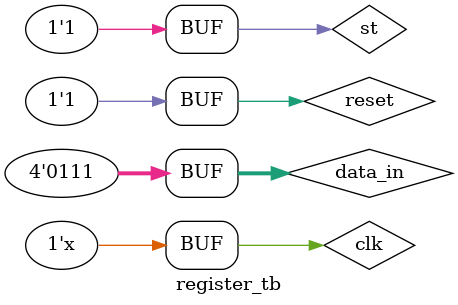
<source format=sv>
module register_tb (); //this module is for the testbeanch 
    reg clk,reset,st;   //the signal for CLK, reset and st wire. 
    reg [3:0] data_in;  //the signal for data in wire
    wire tx; //the signal is for tx register

    register register_ins( //this is for instance the module whit the testbench 
        .clk(clk),
        .reset(reset),
        .st(st),
        .data_in(data_in),
        .tx(tx)
    );
    always // this always block is for describe a clock 
        begin
            #5 clk = !clk; // every 5ms the state of CLK change. 
        end
        initial begin //this initian is for get the empty states 
        clk = 0;
        reset = 1;
        st = 0;
        data_in = 0;
        #5
        reset = 0;
        end
    initial begin //this initial is for describe te test.
    $monitor("clk: %b",clk);
    $monitor("reset: %b",reset);
    $monitor("st: %b",st);
    $monitor("tx: %b",tx);
    $monitor("data_in: %b",data_in);
    $display("Inicio de la simulacion");
       reset = 1'b1; // for the empry i will send a 1 and o on the reset.
       #5
       reset = 1'b0;
       st = 1'b1;
       #5
        data_in[0] = 1; //after the reset, i will be send the values for the data in
        data_in[1] = 1;
        data_in[2] = 1;
        data_in[3] = 0;
       #100 
       st = 1'b1; // after load the datas i send 1 for the st signal. 
       #50
       reset = 1; // finaly send a reset. 

       $display("Final de la simulacion");
    end
endmodule
</source>
